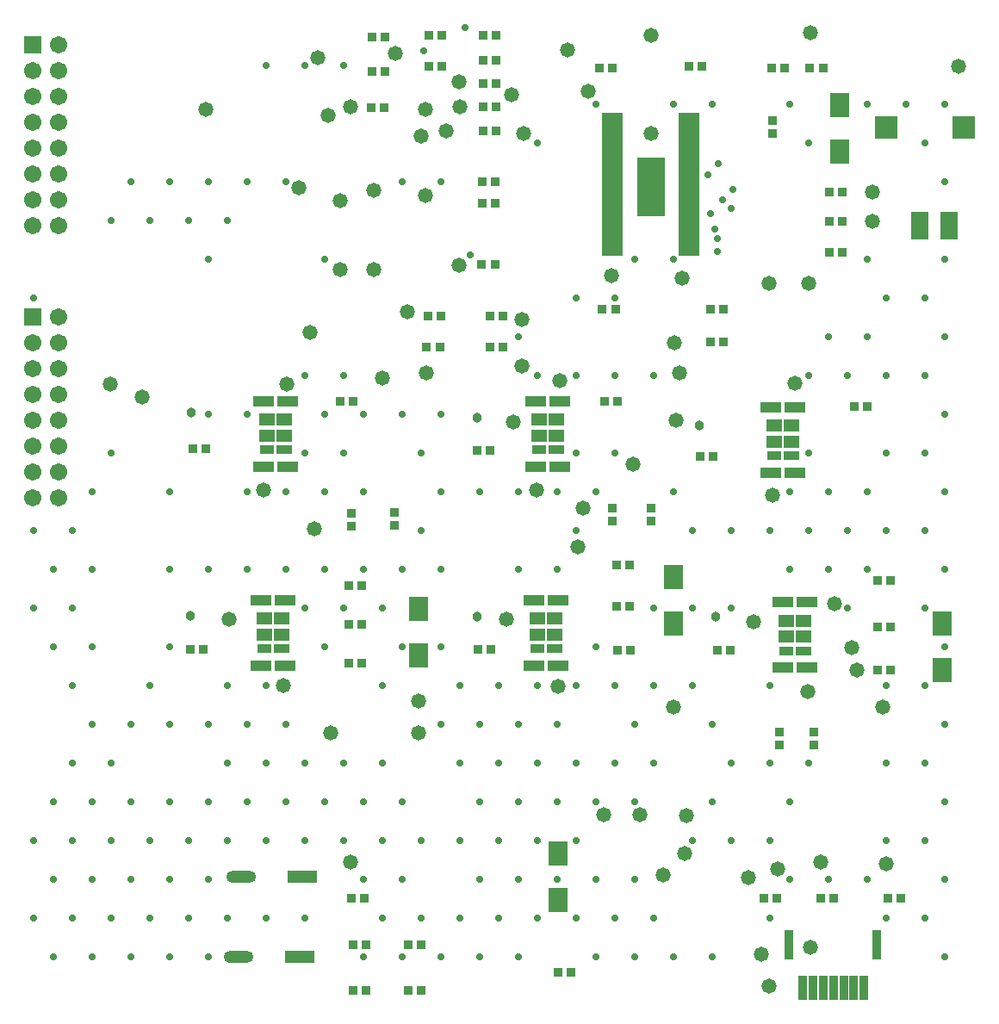
<source format=gts>
G04*
G04 #@! TF.GenerationSoftware,Altium Limited,Altium Designer,19.1.3 (30)*
G04*
G04 Layer_Color=8388736*
%FSLAX25Y25*%
%MOIN*%
G70*
G01*
G75*
%ADD33R,0.03800X0.03800*%
%ADD34O,0.11430X0.04737*%
%ADD35R,0.11430X0.04737*%
%ADD36R,0.08083X0.04343*%
%ADD37R,0.05328X0.03359*%
%ADD38R,0.06115X0.04737*%
%ADD39R,0.05918X0.03359*%
%ADD40R,0.03800X0.03800*%
%ADD41R,0.07690X0.09461*%
%ADD42R,0.08674X0.08674*%
%ADD43R,0.08280X0.01902*%
%ADD44R,0.10642X0.22847*%
%ADD45R,0.03753X0.09300*%
%ADD46R,0.03753X0.11300*%
%ADD47R,0.06800X0.10800*%
%ADD48R,0.06706X0.06706*%
%ADD49C,0.06706*%
%ADD50C,0.02800*%
%ADD51C,0.05800*%
%ADD52C,0.03800*%
D33*
X141559Y41000D02*
D03*
X136441D02*
D03*
X275382Y256500D02*
D03*
X280500D02*
D03*
X238618Y269000D02*
D03*
X233500D02*
D03*
X158441Y23000D02*
D03*
X163559D02*
D03*
X158441Y5500D02*
D03*
X163559D02*
D03*
X137000Y5500D02*
D03*
X142118D02*
D03*
X136941Y23000D02*
D03*
X142059D02*
D03*
X79059Y137500D02*
D03*
X73941D02*
D03*
X171059Y266500D02*
D03*
X165941D02*
D03*
X170618Y254500D02*
D03*
X165500D02*
D03*
X195059Y254500D02*
D03*
X189941D02*
D03*
X186882Y286500D02*
D03*
X192000D02*
D03*
X232441Y362500D02*
D03*
X237559D02*
D03*
X321382Y291000D02*
D03*
X326500D02*
D03*
X321382Y303000D02*
D03*
X326500D02*
D03*
X326559Y314500D02*
D03*
X321441D02*
D03*
X266941Y363000D02*
D03*
X272059D02*
D03*
X313882Y362500D02*
D03*
X319000D02*
D03*
X304059Y362500D02*
D03*
X298941D02*
D03*
X190059Y214500D02*
D03*
X184941D02*
D03*
X195059Y266500D02*
D03*
X189941D02*
D03*
X192059Y310000D02*
D03*
X186941D02*
D03*
X192118Y318500D02*
D03*
X187000D02*
D03*
X192559Y338000D02*
D03*
X187441D02*
D03*
X187441Y365500D02*
D03*
X192559D02*
D03*
X187441Y356500D02*
D03*
X192559D02*
D03*
X187441Y347500D02*
D03*
X192559D02*
D03*
X171441Y363000D02*
D03*
X166323D02*
D03*
X166323Y375000D02*
D03*
X171441D02*
D03*
X144382Y361000D02*
D03*
X149500D02*
D03*
X192559Y375000D02*
D03*
X187441D02*
D03*
X149559Y374500D02*
D03*
X144441D02*
D03*
X349118Y41000D02*
D03*
X344000D02*
D03*
X323059Y41000D02*
D03*
X317941D02*
D03*
X301059Y41000D02*
D03*
X295941D02*
D03*
X330941Y231500D02*
D03*
X336059D02*
D03*
X234440Y233500D02*
D03*
X239559D02*
D03*
X131941Y233500D02*
D03*
X137059D02*
D03*
X276559Y212000D02*
D03*
X271441D02*
D03*
X80059Y215000D02*
D03*
X74941D02*
D03*
X149059Y347000D02*
D03*
X143941D02*
D03*
X280559Y269000D02*
D03*
X275441D02*
D03*
X339941Y164000D02*
D03*
X345059D02*
D03*
X239000Y170000D02*
D03*
X244118D02*
D03*
X135441Y162056D02*
D03*
X140559D02*
D03*
X283059Y137000D02*
D03*
X277941D02*
D03*
X190559Y137500D02*
D03*
X185441D02*
D03*
X345059Y129500D02*
D03*
X339941D02*
D03*
X345059Y146000D02*
D03*
X339941D02*
D03*
X244559Y137000D02*
D03*
X239441D02*
D03*
X244059Y154000D02*
D03*
X238941D02*
D03*
X140559Y132056D02*
D03*
X135441D02*
D03*
X140559Y147055D02*
D03*
X135441D02*
D03*
X216441Y12500D02*
D03*
X221559D02*
D03*
D34*
X92689Y18500D02*
D03*
X93689Y49500D02*
D03*
D35*
X116311Y18500D02*
D03*
X117311Y49500D02*
D03*
D36*
X298874Y205902D02*
D03*
Y231099D02*
D03*
X308126Y205902D02*
D03*
Y231099D02*
D03*
X111780Y233429D02*
D03*
Y208232D02*
D03*
X102528Y233429D02*
D03*
Y208232D02*
D03*
X216972Y233429D02*
D03*
Y208232D02*
D03*
X207720Y233429D02*
D03*
Y208232D02*
D03*
X312626Y155598D02*
D03*
Y130402D02*
D03*
X303374Y155598D02*
D03*
Y130402D02*
D03*
X216472Y156429D02*
D03*
Y131232D02*
D03*
X207220Y156429D02*
D03*
Y131232D02*
D03*
X110780Y156429D02*
D03*
Y131232D02*
D03*
X101528Y156429D02*
D03*
Y131232D02*
D03*
D37*
X300153Y212398D02*
D03*
X103807Y214728D02*
D03*
X209000D02*
D03*
X304654Y136898D02*
D03*
X208500Y137728D02*
D03*
X102807D02*
D03*
D38*
X300153Y217831D02*
D03*
Y223933D02*
D03*
X306846Y217831D02*
D03*
Y223933D02*
D03*
X110500Y226264D02*
D03*
Y220161D02*
D03*
X103807Y226264D02*
D03*
Y220161D02*
D03*
X215693Y226264D02*
D03*
Y220161D02*
D03*
X209000Y226264D02*
D03*
Y220161D02*
D03*
X311347Y148433D02*
D03*
Y142331D02*
D03*
X304654Y148433D02*
D03*
Y142331D02*
D03*
X215193Y149264D02*
D03*
Y143161D02*
D03*
X208500Y149264D02*
D03*
Y143161D02*
D03*
X109500Y149264D02*
D03*
Y143161D02*
D03*
X102807Y149264D02*
D03*
Y143161D02*
D03*
D39*
X306846Y212398D02*
D03*
X110500Y214728D02*
D03*
X215693D02*
D03*
X311347Y136898D02*
D03*
X215193Y137728D02*
D03*
X109500D02*
D03*
D40*
X302000Y105559D02*
D03*
Y100441D02*
D03*
X299500Y342059D02*
D03*
Y336941D02*
D03*
X315500Y105559D02*
D03*
Y100441D02*
D03*
X252500Y192059D02*
D03*
Y186941D02*
D03*
X237500Y192059D02*
D03*
Y186941D02*
D03*
X153000Y185441D02*
D03*
Y190559D02*
D03*
X136500Y185059D02*
D03*
Y190177D02*
D03*
D41*
X325500Y348055D02*
D03*
Y329945D02*
D03*
X365000Y147555D02*
D03*
Y129445D02*
D03*
X261000Y147445D02*
D03*
Y165555D02*
D03*
X162500Y135000D02*
D03*
Y153110D02*
D03*
X216500Y58555D02*
D03*
Y40445D02*
D03*
D42*
X373500Y339500D02*
D03*
X343500D02*
D03*
D43*
X237500Y344000D02*
D03*
Y342032D02*
D03*
Y340063D02*
D03*
Y338094D02*
D03*
Y336126D02*
D03*
Y334157D02*
D03*
Y332189D02*
D03*
Y330220D02*
D03*
Y328252D02*
D03*
Y326283D02*
D03*
Y324315D02*
D03*
Y322346D02*
D03*
Y320378D02*
D03*
Y318409D02*
D03*
Y316441D02*
D03*
Y314472D02*
D03*
Y312504D02*
D03*
Y310535D02*
D03*
Y308567D02*
D03*
Y306598D02*
D03*
Y304630D02*
D03*
Y302661D02*
D03*
Y300693D02*
D03*
Y298724D02*
D03*
Y296756D02*
D03*
Y294787D02*
D03*
Y292819D02*
D03*
Y290850D02*
D03*
X267000D02*
D03*
Y292819D02*
D03*
Y294787D02*
D03*
Y296756D02*
D03*
Y298724D02*
D03*
Y300693D02*
D03*
Y302661D02*
D03*
Y304630D02*
D03*
Y306598D02*
D03*
Y308567D02*
D03*
Y310535D02*
D03*
Y312504D02*
D03*
Y314472D02*
D03*
Y316441D02*
D03*
Y318409D02*
D03*
Y320378D02*
D03*
Y322346D02*
D03*
Y324315D02*
D03*
Y326283D02*
D03*
Y328252D02*
D03*
Y330220D02*
D03*
Y332189D02*
D03*
Y334157D02*
D03*
Y336126D02*
D03*
Y338095D02*
D03*
Y340063D02*
D03*
Y342032D02*
D03*
Y344000D02*
D03*
D44*
X252500Y316500D02*
D03*
D45*
X334874Y6500D02*
D03*
X330937D02*
D03*
X327000D02*
D03*
X323063D02*
D03*
X319126D02*
D03*
X315189D02*
D03*
X311252D02*
D03*
D46*
X339874Y23000D02*
D03*
X305874D02*
D03*
D47*
X356291Y301500D02*
D03*
X367709D02*
D03*
D48*
X13000Y266000D02*
D03*
Y371500D02*
D03*
D49*
X23000Y266000D02*
D03*
X13000Y256000D02*
D03*
X23000D02*
D03*
X13000Y246000D02*
D03*
X23000D02*
D03*
X13000Y236000D02*
D03*
X23000D02*
D03*
X13000Y226000D02*
D03*
X23000D02*
D03*
X13000Y216000D02*
D03*
X23000D02*
D03*
X13000Y206000D02*
D03*
X23000D02*
D03*
X13000Y196000D02*
D03*
X23000D02*
D03*
Y371500D02*
D03*
X13000Y361500D02*
D03*
X23000D02*
D03*
X13000Y351500D02*
D03*
X23000D02*
D03*
X13000Y341500D02*
D03*
X23000D02*
D03*
X13000Y331500D02*
D03*
X23000D02*
D03*
X13000Y321500D02*
D03*
X23000D02*
D03*
X13000Y311500D02*
D03*
X23000D02*
D03*
X13000Y301500D02*
D03*
X23000D02*
D03*
D50*
X366000Y348500D02*
D03*
X358500Y333500D02*
D03*
X366000Y318500D02*
D03*
Y288500D02*
D03*
X358500Y273500D02*
D03*
X366000Y258500D02*
D03*
X358500Y243500D02*
D03*
X366000Y228500D02*
D03*
X358500Y213500D02*
D03*
X366000Y198500D02*
D03*
X358500Y183500D02*
D03*
X366000Y168500D02*
D03*
X358500Y153500D02*
D03*
X366000Y138500D02*
D03*
X358500Y123500D02*
D03*
X366000Y108500D02*
D03*
X358500Y93500D02*
D03*
X366000Y78500D02*
D03*
X358500Y63500D02*
D03*
X366000Y48500D02*
D03*
X358500Y33500D02*
D03*
X366000Y18500D02*
D03*
X351000Y348500D02*
D03*
X343500Y273500D02*
D03*
Y243500D02*
D03*
Y213500D02*
D03*
Y183500D02*
D03*
Y123500D02*
D03*
Y93500D02*
D03*
Y63500D02*
D03*
Y33500D02*
D03*
X336000Y348500D02*
D03*
Y288500D02*
D03*
Y258500D02*
D03*
X328500Y243500D02*
D03*
X336000Y198500D02*
D03*
X328500Y183500D02*
D03*
X336000Y168500D02*
D03*
X328500Y153500D02*
D03*
X336000Y48500D02*
D03*
X313500Y333500D02*
D03*
X321000Y258500D02*
D03*
X313500Y243500D02*
D03*
Y213500D02*
D03*
X321000Y198500D02*
D03*
X313500Y183500D02*
D03*
X321000Y168500D02*
D03*
X313500Y93500D02*
D03*
X321000Y48500D02*
D03*
X306000Y348500D02*
D03*
Y198500D02*
D03*
X298500Y183500D02*
D03*
X306000Y168500D02*
D03*
X298500Y123500D02*
D03*
Y93500D02*
D03*
X306000Y78500D02*
D03*
X298500Y63500D02*
D03*
X306000Y48500D02*
D03*
X298500Y33500D02*
D03*
X283500Y183500D02*
D03*
Y153500D02*
D03*
Y93500D02*
D03*
Y63500D02*
D03*
X276000Y348500D02*
D03*
X268500Y183500D02*
D03*
Y153500D02*
D03*
Y123500D02*
D03*
X276000Y108500D02*
D03*
Y78500D02*
D03*
X268500Y63500D02*
D03*
X276000Y18500D02*
D03*
X261000Y348500D02*
D03*
Y288500D02*
D03*
X253500Y243500D02*
D03*
X261000Y198500D02*
D03*
X253500Y153500D02*
D03*
Y123500D02*
D03*
Y93500D02*
D03*
Y33500D02*
D03*
X261000Y18500D02*
D03*
X246000Y288500D02*
D03*
X238500Y273500D02*
D03*
Y243500D02*
D03*
Y213500D02*
D03*
Y123500D02*
D03*
X246000Y108500D02*
D03*
X238500Y93500D02*
D03*
X246000Y78500D02*
D03*
Y48500D02*
D03*
X238500Y33500D02*
D03*
X246000Y18500D02*
D03*
X231000Y348500D02*
D03*
X223500Y273500D02*
D03*
Y243500D02*
D03*
Y213500D02*
D03*
X231000Y198500D02*
D03*
X223500Y183500D02*
D03*
X231000Y138500D02*
D03*
X223500Y123500D02*
D03*
Y93500D02*
D03*
X231000Y78500D02*
D03*
X223500Y63500D02*
D03*
X231000Y48500D02*
D03*
X223500Y33500D02*
D03*
X231000Y18500D02*
D03*
X208500Y333500D02*
D03*
Y243500D02*
D03*
X216000Y198500D02*
D03*
Y168500D02*
D03*
X208500Y123500D02*
D03*
X216000Y108500D02*
D03*
X208500Y93500D02*
D03*
X216000Y78500D02*
D03*
X208500Y63500D02*
D03*
X216000Y48500D02*
D03*
X208500Y33500D02*
D03*
X201000Y258500D02*
D03*
Y198500D02*
D03*
Y168500D02*
D03*
X193500Y123500D02*
D03*
X201000Y108500D02*
D03*
X193500Y93500D02*
D03*
X201000Y78500D02*
D03*
X193500Y63500D02*
D03*
X201000Y48500D02*
D03*
X193500Y33500D02*
D03*
X201000Y18500D02*
D03*
X186000Y198500D02*
D03*
X178500Y123500D02*
D03*
X186000Y108500D02*
D03*
X178500Y93500D02*
D03*
X186000Y78500D02*
D03*
X178500Y63500D02*
D03*
X186000Y48500D02*
D03*
X178500Y33500D02*
D03*
X186000Y18500D02*
D03*
X171000Y318500D02*
D03*
Y228500D02*
D03*
X163500Y213500D02*
D03*
X171000Y198500D02*
D03*
X163500Y183500D02*
D03*
X171000Y168500D02*
D03*
Y138500D02*
D03*
Y108500D02*
D03*
X163500Y63500D02*
D03*
Y33500D02*
D03*
X171000Y18500D02*
D03*
X156000Y318500D02*
D03*
Y228500D02*
D03*
Y168500D02*
D03*
X148500Y153500D02*
D03*
X156000Y138500D02*
D03*
X148500Y123500D02*
D03*
Y93500D02*
D03*
X156000Y78500D02*
D03*
X148500Y63500D02*
D03*
X156000Y48500D02*
D03*
X148500Y33500D02*
D03*
X156000Y18500D02*
D03*
X133500Y363500D02*
D03*
Y243500D02*
D03*
X141000Y228500D02*
D03*
X133500Y213500D02*
D03*
X141000Y198500D02*
D03*
Y168500D02*
D03*
X133500Y153500D02*
D03*
Y93500D02*
D03*
X141000Y78500D02*
D03*
X133500Y63500D02*
D03*
X141000Y48500D02*
D03*
Y18500D02*
D03*
X118500Y363500D02*
D03*
X126000Y288500D02*
D03*
X118500Y243500D02*
D03*
X126000Y228500D02*
D03*
X118500Y213500D02*
D03*
X126000Y198500D02*
D03*
Y168500D02*
D03*
X118500Y153500D02*
D03*
X126000Y138500D02*
D03*
X118500Y93500D02*
D03*
X126000Y78500D02*
D03*
X118500Y63500D02*
D03*
Y33500D02*
D03*
X103500Y363500D02*
D03*
X111000Y318500D02*
D03*
Y198500D02*
D03*
Y168500D02*
D03*
X103500Y123500D02*
D03*
X111000Y108500D02*
D03*
X103500Y93500D02*
D03*
X111000Y78500D02*
D03*
X103500Y63500D02*
D03*
Y33500D02*
D03*
X96000Y318500D02*
D03*
X88500Y303500D02*
D03*
X96000Y228500D02*
D03*
Y198500D02*
D03*
Y168500D02*
D03*
X88500Y123500D02*
D03*
X96000Y108500D02*
D03*
X88500Y93500D02*
D03*
X96000Y78500D02*
D03*
X88500Y63500D02*
D03*
Y33500D02*
D03*
X81000Y318500D02*
D03*
X73500Y303500D02*
D03*
X81000Y288500D02*
D03*
Y228500D02*
D03*
Y168500D02*
D03*
Y108500D02*
D03*
Y78500D02*
D03*
X73500Y63500D02*
D03*
X81000Y48500D02*
D03*
X73500Y33500D02*
D03*
X81000Y18500D02*
D03*
X66000Y318500D02*
D03*
X58500Y303500D02*
D03*
X66000Y198500D02*
D03*
Y168500D02*
D03*
Y138500D02*
D03*
X58500Y123500D02*
D03*
X66000Y108500D02*
D03*
Y78500D02*
D03*
X58500Y63500D02*
D03*
X66000Y48500D02*
D03*
X58500Y33500D02*
D03*
X66000Y18500D02*
D03*
X51000Y318500D02*
D03*
X43500Y303500D02*
D03*
Y213500D02*
D03*
X51000Y108500D02*
D03*
X43500Y93500D02*
D03*
X51000Y78500D02*
D03*
X43500Y63500D02*
D03*
X51000Y48500D02*
D03*
X43500Y33500D02*
D03*
X51000Y18500D02*
D03*
X36000Y198500D02*
D03*
X28500Y183500D02*
D03*
X36000Y168500D02*
D03*
X28500Y153500D02*
D03*
X36000Y138500D02*
D03*
X28500Y123500D02*
D03*
X36000Y108500D02*
D03*
X28500Y93500D02*
D03*
X36000Y78500D02*
D03*
X28500Y63500D02*
D03*
X36000Y48500D02*
D03*
X28500Y33500D02*
D03*
X36000Y18500D02*
D03*
X13500Y273500D02*
D03*
Y183500D02*
D03*
X21000Y168500D02*
D03*
X13500Y153500D02*
D03*
X21000Y138500D02*
D03*
Y78500D02*
D03*
X13500Y63500D02*
D03*
X21000Y48500D02*
D03*
X13500Y33500D02*
D03*
X21000Y18500D02*
D03*
X180500Y378000D02*
D03*
X182500Y290000D02*
D03*
X164500Y369000D02*
D03*
X278000Y291500D02*
D03*
Y296500D02*
D03*
X277000Y300000D02*
D03*
X275500Y306000D02*
D03*
X283500Y308000D02*
D03*
X284000Y315500D02*
D03*
X280000Y311500D02*
D03*
X274500Y321000D02*
D03*
X278500Y325500D02*
D03*
D51*
X332000Y129500D02*
D03*
X371500Y363000D02*
D03*
X314000Y22000D02*
D03*
X295000Y19500D02*
D03*
X298000Y7000D02*
D03*
X237000Y282000D02*
D03*
X203000Y337000D02*
D03*
X264500Y281000D02*
D03*
X290000Y49000D02*
D03*
X136000Y347500D02*
D03*
X153500Y368000D02*
D03*
X220000Y369500D02*
D03*
X228000Y353500D02*
D03*
X252500Y337000D02*
D03*
X165500Y244500D02*
D03*
X165000Y313000D02*
D03*
X202500Y265000D02*
D03*
X158000Y268000D02*
D03*
X342000Y115000D02*
D03*
X314000Y376000D02*
D03*
X123500Y366500D02*
D03*
X263500Y244500D02*
D03*
X299500Y197000D02*
D03*
X208000Y199000D02*
D03*
X136000Y55000D02*
D03*
X102500Y199000D02*
D03*
X128500Y105000D02*
D03*
X162500D02*
D03*
X132000Y284500D02*
D03*
X178000Y286000D02*
D03*
X132000Y311000D02*
D03*
X224000Y177000D02*
D03*
X80000Y346500D02*
D03*
X127500Y344000D02*
D03*
X198500Y352000D02*
D03*
X163500Y336000D02*
D03*
X178000Y357000D02*
D03*
X55500Y235000D02*
D03*
X43000Y240000D02*
D03*
X202500Y247000D02*
D03*
X261500Y256000D02*
D03*
X173000Y338000D02*
D03*
X178500Y347500D02*
D03*
X252500Y375000D02*
D03*
X145000Y315000D02*
D03*
Y284500D02*
D03*
X116000Y316000D02*
D03*
X165000Y346500D02*
D03*
X245500Y209000D02*
D03*
X323500Y155000D02*
D03*
X301500Y52500D02*
D03*
X148500Y242500D02*
D03*
X120500Y260000D02*
D03*
X330000Y138000D02*
D03*
X266000Y73000D02*
D03*
X162500Y117500D02*
D03*
X248000Y73500D02*
D03*
X261000Y115000D02*
D03*
X262000Y226000D02*
D03*
X313500Y279000D02*
D03*
X338000Y303000D02*
D03*
Y314500D02*
D03*
X199000Y225500D02*
D03*
X234000Y73500D02*
D03*
X257000Y50000D02*
D03*
X265500Y58500D02*
D03*
X343500Y54500D02*
D03*
X318000Y55000D02*
D03*
X110000Y123500D02*
D03*
X216500Y123000D02*
D03*
X313000Y121000D02*
D03*
X122000Y184000D02*
D03*
X89000Y149000D02*
D03*
X226000Y192000D02*
D03*
X196500Y149000D02*
D03*
X298000Y279000D02*
D03*
X292000Y148000D02*
D03*
X111500Y240000D02*
D03*
X217000Y241500D02*
D03*
X308000Y240500D02*
D03*
D52*
X277500Y150000D02*
D03*
X185000D02*
D03*
X74000Y150500D02*
D03*
X271000Y224000D02*
D03*
X185000Y227000D02*
D03*
X74500Y229000D02*
D03*
M02*

</source>
